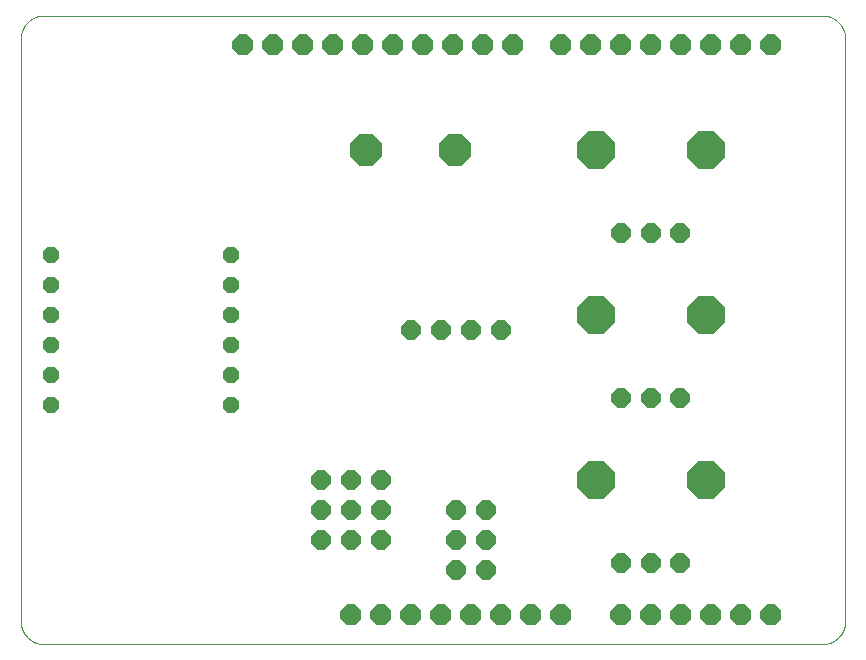
<source format=gbs>
G75*
%MOIN*%
%OFA0B0*%
%FSLAX25Y25*%
%IPPOS*%
%LPD*%
%AMOC8*
5,1,8,0,0,1.08239X$1,22.5*
%
%ADD10C,0.00000*%
%ADD11OC8,0.10400*%
%ADD12OC8,0.06337*%
%ADD13OC8,0.12668*%
%ADD14OC8,0.06400*%
%ADD15OC8,0.05550*%
%ADD16OC8,0.07000*%
D10*
X0012874Y0005200D02*
X0272047Y0005200D01*
X0272237Y0005202D01*
X0272427Y0005209D01*
X0272617Y0005221D01*
X0272807Y0005237D01*
X0272996Y0005257D01*
X0273185Y0005283D01*
X0273373Y0005312D01*
X0273560Y0005347D01*
X0273746Y0005386D01*
X0273931Y0005429D01*
X0274116Y0005477D01*
X0274299Y0005529D01*
X0274480Y0005585D01*
X0274660Y0005646D01*
X0274839Y0005712D01*
X0275016Y0005781D01*
X0275192Y0005855D01*
X0275365Y0005933D01*
X0275537Y0006016D01*
X0275706Y0006102D01*
X0275874Y0006192D01*
X0276039Y0006287D01*
X0276202Y0006385D01*
X0276362Y0006488D01*
X0276520Y0006594D01*
X0276675Y0006704D01*
X0276828Y0006817D01*
X0276978Y0006935D01*
X0277124Y0007056D01*
X0277268Y0007180D01*
X0277409Y0007308D01*
X0277547Y0007439D01*
X0277682Y0007574D01*
X0277813Y0007712D01*
X0277941Y0007853D01*
X0278065Y0007997D01*
X0278186Y0008143D01*
X0278304Y0008293D01*
X0278417Y0008446D01*
X0278527Y0008601D01*
X0278633Y0008759D01*
X0278736Y0008919D01*
X0278834Y0009082D01*
X0278929Y0009247D01*
X0279019Y0009415D01*
X0279105Y0009584D01*
X0279188Y0009756D01*
X0279266Y0009929D01*
X0279340Y0010105D01*
X0279409Y0010282D01*
X0279475Y0010461D01*
X0279536Y0010641D01*
X0279592Y0010822D01*
X0279644Y0011005D01*
X0279692Y0011190D01*
X0279735Y0011375D01*
X0279774Y0011561D01*
X0279809Y0011748D01*
X0279838Y0011936D01*
X0279864Y0012125D01*
X0279884Y0012314D01*
X0279900Y0012504D01*
X0279912Y0012694D01*
X0279919Y0012884D01*
X0279921Y0013074D01*
X0279921Y0206913D01*
X0279919Y0207103D01*
X0279912Y0207293D01*
X0279900Y0207483D01*
X0279884Y0207673D01*
X0279864Y0207862D01*
X0279838Y0208051D01*
X0279809Y0208239D01*
X0279774Y0208426D01*
X0279735Y0208612D01*
X0279692Y0208797D01*
X0279644Y0208982D01*
X0279592Y0209165D01*
X0279536Y0209346D01*
X0279475Y0209526D01*
X0279409Y0209705D01*
X0279340Y0209882D01*
X0279266Y0210058D01*
X0279188Y0210231D01*
X0279105Y0210403D01*
X0279019Y0210572D01*
X0278929Y0210740D01*
X0278834Y0210905D01*
X0278736Y0211068D01*
X0278633Y0211228D01*
X0278527Y0211386D01*
X0278417Y0211541D01*
X0278304Y0211694D01*
X0278186Y0211844D01*
X0278065Y0211990D01*
X0277941Y0212134D01*
X0277813Y0212275D01*
X0277682Y0212413D01*
X0277547Y0212548D01*
X0277409Y0212679D01*
X0277268Y0212807D01*
X0277124Y0212931D01*
X0276978Y0213052D01*
X0276828Y0213170D01*
X0276675Y0213283D01*
X0276520Y0213393D01*
X0276362Y0213499D01*
X0276202Y0213602D01*
X0276039Y0213700D01*
X0275874Y0213795D01*
X0275706Y0213885D01*
X0275537Y0213971D01*
X0275365Y0214054D01*
X0275192Y0214132D01*
X0275016Y0214206D01*
X0274839Y0214275D01*
X0274660Y0214341D01*
X0274480Y0214402D01*
X0274299Y0214458D01*
X0274116Y0214510D01*
X0273931Y0214558D01*
X0273746Y0214601D01*
X0273560Y0214640D01*
X0273373Y0214675D01*
X0273185Y0214704D01*
X0272996Y0214730D01*
X0272807Y0214750D01*
X0272617Y0214766D01*
X0272427Y0214778D01*
X0272237Y0214785D01*
X0272047Y0214787D01*
X0012874Y0214787D01*
X0012684Y0214785D01*
X0012494Y0214778D01*
X0012304Y0214766D01*
X0012114Y0214750D01*
X0011925Y0214730D01*
X0011736Y0214704D01*
X0011548Y0214675D01*
X0011361Y0214640D01*
X0011175Y0214601D01*
X0010990Y0214558D01*
X0010805Y0214510D01*
X0010622Y0214458D01*
X0010441Y0214402D01*
X0010261Y0214341D01*
X0010082Y0214275D01*
X0009905Y0214206D01*
X0009729Y0214132D01*
X0009556Y0214054D01*
X0009384Y0213971D01*
X0009215Y0213885D01*
X0009047Y0213795D01*
X0008882Y0213700D01*
X0008719Y0213602D01*
X0008559Y0213499D01*
X0008401Y0213393D01*
X0008246Y0213283D01*
X0008093Y0213170D01*
X0007943Y0213052D01*
X0007797Y0212931D01*
X0007653Y0212807D01*
X0007512Y0212679D01*
X0007374Y0212548D01*
X0007239Y0212413D01*
X0007108Y0212275D01*
X0006980Y0212134D01*
X0006856Y0211990D01*
X0006735Y0211844D01*
X0006617Y0211694D01*
X0006504Y0211541D01*
X0006394Y0211386D01*
X0006288Y0211228D01*
X0006185Y0211068D01*
X0006087Y0210905D01*
X0005992Y0210740D01*
X0005902Y0210572D01*
X0005816Y0210403D01*
X0005733Y0210231D01*
X0005655Y0210058D01*
X0005581Y0209882D01*
X0005512Y0209705D01*
X0005446Y0209526D01*
X0005385Y0209346D01*
X0005329Y0209165D01*
X0005277Y0208982D01*
X0005229Y0208797D01*
X0005186Y0208612D01*
X0005147Y0208426D01*
X0005112Y0208239D01*
X0005083Y0208051D01*
X0005057Y0207862D01*
X0005037Y0207673D01*
X0005021Y0207483D01*
X0005009Y0207293D01*
X0005002Y0207103D01*
X0005000Y0206913D01*
X0005000Y0013074D01*
X0005002Y0012884D01*
X0005009Y0012694D01*
X0005021Y0012504D01*
X0005037Y0012314D01*
X0005057Y0012125D01*
X0005083Y0011936D01*
X0005112Y0011748D01*
X0005147Y0011561D01*
X0005186Y0011375D01*
X0005229Y0011190D01*
X0005277Y0011005D01*
X0005329Y0010822D01*
X0005385Y0010641D01*
X0005446Y0010461D01*
X0005512Y0010282D01*
X0005581Y0010105D01*
X0005655Y0009929D01*
X0005733Y0009756D01*
X0005816Y0009584D01*
X0005902Y0009415D01*
X0005992Y0009247D01*
X0006087Y0009082D01*
X0006185Y0008919D01*
X0006288Y0008759D01*
X0006394Y0008601D01*
X0006504Y0008446D01*
X0006617Y0008293D01*
X0006735Y0008143D01*
X0006856Y0007997D01*
X0006980Y0007853D01*
X0007108Y0007712D01*
X0007239Y0007574D01*
X0007374Y0007439D01*
X0007512Y0007308D01*
X0007653Y0007180D01*
X0007797Y0007056D01*
X0007943Y0006935D01*
X0008093Y0006817D01*
X0008246Y0006704D01*
X0008401Y0006594D01*
X0008559Y0006488D01*
X0008719Y0006385D01*
X0008882Y0006287D01*
X0009047Y0006192D01*
X0009215Y0006102D01*
X0009384Y0006016D01*
X0009556Y0005933D01*
X0009729Y0005855D01*
X0009905Y0005781D01*
X0010082Y0005712D01*
X0010261Y0005646D01*
X0010441Y0005585D01*
X0010622Y0005529D01*
X0010805Y0005477D01*
X0010990Y0005429D01*
X0011175Y0005386D01*
X0011361Y0005347D01*
X0011548Y0005312D01*
X0011736Y0005283D01*
X0011925Y0005257D01*
X0012114Y0005237D01*
X0012304Y0005221D01*
X0012494Y0005209D01*
X0012684Y0005202D01*
X0012874Y0005200D01*
D11*
X0120200Y0170000D03*
X0149800Y0170000D03*
D12*
X0205157Y0142441D03*
X0215000Y0142441D03*
X0224843Y0142441D03*
X0224843Y0087441D03*
X0215000Y0087441D03*
X0205157Y0087441D03*
X0205157Y0032441D03*
X0215000Y0032441D03*
X0224843Y0032441D03*
D13*
X0233307Y0060000D03*
X0196693Y0060000D03*
X0196693Y0115000D03*
X0233307Y0115000D03*
X0233307Y0170000D03*
X0196693Y0170000D03*
D14*
X0165000Y0110000D03*
X0155000Y0110000D03*
X0145000Y0110000D03*
X0135000Y0110000D03*
X0125000Y0060000D03*
X0115000Y0060000D03*
X0105000Y0060000D03*
X0105000Y0050000D03*
X0115000Y0050000D03*
X0115000Y0040000D03*
X0105000Y0040000D03*
X0125000Y0040000D03*
X0125000Y0050000D03*
X0150000Y0050000D03*
X0160000Y0050000D03*
X0160000Y0040000D03*
X0150000Y0040000D03*
X0150000Y0030000D03*
X0160000Y0030000D03*
D15*
X0075000Y0085000D03*
X0075000Y0095000D03*
X0075000Y0105000D03*
X0075000Y0115000D03*
X0075000Y0125000D03*
X0075000Y0135000D03*
X0015000Y0135000D03*
X0015000Y0125000D03*
X0015000Y0115000D03*
X0015000Y0105000D03*
X0015000Y0095000D03*
X0015000Y0085000D03*
D16*
X0115000Y0015000D03*
X0125000Y0015000D03*
X0135000Y0015000D03*
X0145000Y0015000D03*
X0155000Y0015000D03*
X0165000Y0015000D03*
X0175000Y0015000D03*
X0185000Y0015000D03*
X0205000Y0015000D03*
X0215000Y0015000D03*
X0225000Y0015000D03*
X0235000Y0015000D03*
X0245000Y0015000D03*
X0255000Y0015000D03*
X0255000Y0205000D03*
X0245000Y0205000D03*
X0235000Y0205000D03*
X0225000Y0205000D03*
X0215000Y0205000D03*
X0205000Y0205000D03*
X0195000Y0205000D03*
X0185000Y0205000D03*
X0169000Y0205000D03*
X0159000Y0205000D03*
X0149000Y0205000D03*
X0139000Y0205000D03*
X0129000Y0205000D03*
X0119000Y0205000D03*
X0109000Y0205000D03*
X0099000Y0205000D03*
X0089000Y0205000D03*
X0079000Y0205000D03*
M02*

</source>
